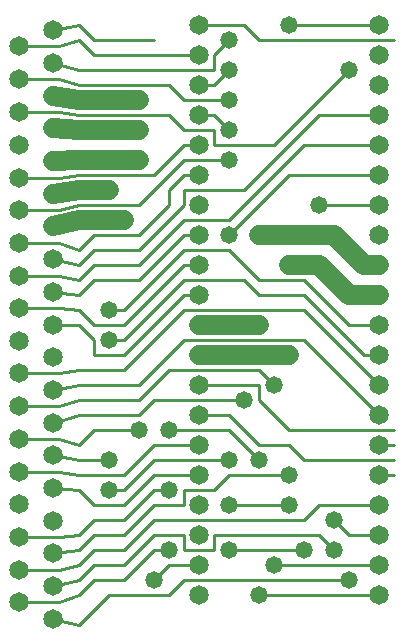
<source format=gbl>
%MOIN*%
%FSLAX25Y25*%
G04 D10 used for Character Trace; *
G04     Circle (OD=.01000) (No hole)*
G04 D11 used for Power Trace; *
G04     Circle (OD=.06700) (No hole)*
G04 D12 used for Signal Trace; *
G04     Circle (OD=.01100) (No hole)*
G04 D13 used for Via; *
G04     Circle (OD=.05800) (Round. Hole ID=.02800)*
G04 D14 used for Component hole; *
G04     Circle (OD=.06500) (Round. Hole ID=.03500)*
G04 D15 used for Component hole; *
G04     Circle (OD=.06600) (Round. Hole ID=.04200)*
G04 D16 used for Component hole; *
G04     Circle (OD=.08200) (Round. Hole ID=.05200)*
G04 D17 used for Component hole; *
G04     Circle (OD=.08950) (Round. Hole ID=.05950)*
G04 D18 used for Component hole; *
G04     Circle (OD=.11600) (Round. Hole ID=.08600)*
G04 D19 used for Component hole; *
G04     Circle (OD=.15500) (Round. Hole ID=.12500)*
G04 D20 used for Component hole; *
G04     Circle (OD=.18200) (Round. Hole ID=.15200)*
G04 D21 used for Component hole; *
G04     Circle (OD=.24300) (Round. Hole ID=.21300)*
%ADD10C,.01000*%
%ADD11C,.06700*%
%ADD12C,.01100*%
%ADD13C,.05800*%
%ADD14C,.06500*%
%ADD15C,.06600*%
%ADD16C,.08200*%
%ADD17C,.08950*%
%ADD18C,.11600*%
%ADD19C,.15500*%
%ADD20C,.18200*%
%ADD21C,.24300*%
%IPPOS*%
%LPD*%
G90*X0Y0D02*D14*X20000Y22400D03*D12*X33200D01*    
X40000Y25000D01*X45000Y30000D01*X55000D01*        
X65000Y40000D01*X70000D01*D13*D03*D12*X75000D02*  
Y45000D01*Y40000D02*X85000D01*Y45000D01*          
X120000D01*X125000Y40000D01*D13*D03*D12*          
X130000Y45000D02*X140000D01*D14*D03*Y55000D03*D12*
X120000D01*X115000Y50000D01*X65000D01*            
X55000Y40000D01*X45000D01*X40000Y35000D01*        
X33200Y33300D01*X20000D01*D14*D03*D12*Y44100D02*  
X33200D01*D14*X20000D03*X31200Y38700D03*D12*      
X40000Y40000D01*X45000Y45000D01*X55000D01*        
X65000Y55000D01*X75000D01*Y60000D01*X85000D01*    
X90000Y65000D01*X110000D01*D13*D03*D12*           
X115000Y70000D02*X145000D01*D14*X140000Y75000D03* 
D12*X145000D01*X110000Y80000D02*X145000D01*       
X110000D02*X100000Y90000D01*Y95000D01*X80000D01*  
D14*D03*D12*X100000Y75000D02*X90000Y85000D01*     
X100000Y75000D02*X110000D01*X115000Y70000D01*D13* 
X110000Y55000D03*D12*X90000D01*D13*D03*D14*       
X80000Y65000D03*D12*X65000D01*X55000Y55000D01*    
X45000D01*X40000Y60000D01*X31200Y60500D01*D14*D03*
D12*X33200Y66000D02*X40000Y65000D01*              
X20000Y66000D02*X33200D01*D14*X20000D03*D12*      
Y76900D02*X33200D01*D14*X20000D03*X31200Y82300D03*
D12*X40000Y85000D01*X60000D01*X65000Y90000D01*    
X95000D01*D13*D03*D12*X80000Y85000D02*X90000D01*  
D14*X80000D03*D12*X100000Y70000D02*               
X90000Y80000D01*D13*X100000Y70000D03*D12*         
X70000Y80000D02*X90000D01*D13*X70000D03*D12*      
X55000Y65000D02*X65000Y75000D01*X40000Y65000D02*  
X55000D01*D14*X31200Y71400D03*D12*X40000Y70000D01*
X50000D01*D13*D03*X60000Y80000D03*D12*X45000D01*  
X40000Y75000D01*X33200Y76900D01*D13*              
X50000Y60000D03*D12*X55000D01*X65000Y70000D01*    
X90000D01*D13*D03*D14*X80000Y75000D03*D12*        
X65000D01*X55000Y50000D02*X65000Y60000D01*        
X45000Y50000D02*X55000D01*X40000Y45000D02*        
X45000Y50000D01*X33200Y44100D02*X40000Y45000D01*  
D14*X31200Y49600D03*D12*X40000Y30000D02*          
X45000Y35000D01*X31200Y27800D02*X40000Y30000D01*  
D14*X31200Y27800D03*D12*X45000Y35000D02*X55000D01*
X65000Y45000D01*X75000D01*D14*X80000D03*Y55000D03*
D12*X65000Y30000D02*X70000Y35000D01*D13*          
X65000Y30000D03*D12*X50000Y25000D02*X70000D01*    
X40000Y15000D02*X50000Y25000D01*X31200Y16900D02*  
X40000Y15000D01*D14*X31200Y16900D03*D12*          
X70000Y25000D02*X75000Y30000D01*X130000D01*D13*   
D03*D14*X140000Y25000D03*D12*X100000D01*D13*D03*  
X105000Y35000D03*D12*X140000D01*D14*D03*D12*      
X130000Y45000D02*X125000Y50000D01*D13*D03*        
X115000Y40000D03*D12*X90000D01*D13*D03*D14*       
X80000Y35000D03*D12*X70000D01*D14*X80000Y25000D03*
D13*X70000Y60000D03*D12*X65000D01*X20000Y87800D02*
X33200D01*D14*X20000D03*D12*Y98700D02*X33200D01*  
D14*X20000D03*D12*X33200Y87800D02*X40000Y90000D01*
X60000D01*X70000Y100000D01*X100000D01*            
X105000Y95000D01*D13*D03*X110000Y105000D03*D11*   
X80000D01*D14*D03*D12*X60000Y95000D02*            
X75000Y110000D01*X40000Y95000D02*X60000D01*       
X31200Y93200D02*X40000Y95000D01*D14*              
X31200Y93200D03*D12*X33200Y98700D02*              
X40000Y100000D01*X55000D01*X75000Y120000D01*      
X115000D01*X140000Y95000D01*D14*D03*Y105000D03*   
D12*X135000D01*X115000Y125000D01*X100000D01*      
X95000Y130000D01*X75000D01*X55000Y110000D01*      
X50000D01*D13*D03*D12*X45000Y105000D02*X55000D01* 
X45000D02*Y110000D01*X40000Y115000D01*X31200D01*  
D14*D03*D12*X45000D02*X40000Y120000D01*           
X45000Y115000D02*X55000D01*X75000Y135000D01*      
X80000D01*D14*D03*D12*X55000Y120000D02*           
X75000Y140000D01*X50000Y120000D02*X55000D01*D13*  
X50000D03*D12*X45000Y130000D02*X60000D01*         
X40000Y125000D02*X45000Y130000D01*                
X31200Y125900D02*X40000Y125000D01*D14*            
X31200Y125900D03*D12*X33200Y120400D02*            
X40000Y120000D01*X20000Y120400D02*X33200D01*D14*  
X20000D03*D12*Y131300D02*X33200D01*D14*X20000D03* 
D12*Y142200D02*X33200D01*D14*X20000D03*D12*       
X33200Y131300D02*X40000Y130000D01*                
X45000Y135000D01*X60000D01*X75000Y150000D01*      
X90000D01*X115000Y175000D01*X140000D01*D14*D03*   
Y185000D03*D12*X120000D01*X95000Y160000D01*       
X75000D01*Y155000D01*X60000Y140000D01*X45000D01*  
X40000Y135000D01*X31200Y136800D01*D14*D03*D12*    
X33200Y142200D02*X40000Y140000D01*                
X45000Y145000D01*X60000D01*X70000Y155000D01*      
Y160000D01*X75000Y165000D01*X80000D01*D14*D03*D12*
X60000Y155000D02*X75000Y170000D01*                
X40000Y155000D02*X60000D01*X33200Y153100D02*      
X40000Y155000D01*X20000Y153100D02*X33200D01*D14*  
X20000D03*D12*Y164000D02*X33200D01*D14*X20000D03* 
X31200Y158600D03*D11*X40000Y160000D01*X50000D01*  
D13*D03*X60000Y170000D03*D11*X40000D01*           
X31200Y169500D01*D14*D03*D12*X33200Y164000D02*    
X40000Y165000D01*X65000D01*X75000Y175000D01*      
X80000D01*D14*D03*D12*X85000D02*Y180000D01*       
Y175000D02*X105000D01*X130000Y200000D01*D13*D03*  
D14*X140000Y195000D03*Y205000D03*Y215000D03*D12*  
X110000D01*D13*D03*D12*X100000Y210000D02*         
X145000D01*X90000Y145000D02*X110000Y165000D01*D13*
X90000Y145000D03*D12*X100000Y130000D02*           
X90000Y140000D01*X100000Y130000D02*X115000D01*    
X130000Y115000D01*X140000D01*D14*D03*D11*         
X130000Y125000D02*X140000D01*D14*D03*Y135000D03*  
D11*X135000D01*X125000Y145000D01*X100000D01*D13*  
D03*X110000Y135000D03*D11*X120000D01*             
X130000Y125000D01*D12*X140000Y85000D02*           
X115000Y110000D01*D14*X140000Y85000D03*Y65000D03* 
D12*X145000D01*X75000Y110000D02*X115000D01*D14*   
X80000Y115000D03*D11*X100000D01*D13*D03*D14*      
X80000Y125000D03*D12*X75000D01*X55000Y105000D01*  
D14*X31200Y104100D03*D12*X60000Y130000D02*        
X75000Y145000D01*X80000D01*D14*D03*D12*           
X75000Y140000D02*X90000D01*D14*X80000Y155000D03*  
D12*X110000Y165000D02*X140000D01*D14*D03*         
Y155000D03*D12*X120000D01*D13*D03*D14*            
X140000Y145000D03*D13*X90000Y180000D03*D12*       
X85000Y185000D01*X80000D01*D14*D03*D12*           
X75000Y180000D02*X85000D01*X75000D02*             
X70000Y185000D01*X40000D01*X33200Y185900D01*      
X20000D01*D14*D03*D12*Y196800D02*X33200D01*D14*   
X20000D03*X31200Y191300D03*D11*X40000Y190000D01*  
X60000D01*D13*D03*Y180000D03*D11*X40000D01*       
X31200Y180400D01*D14*D03*X20000Y175000D03*D12*    
X33200Y196800D02*X40000Y195000D01*                
X31200Y202200D02*X40000Y200000D01*D14*            
X31200Y202200D03*D12*X40000Y195000D02*X70000D01*  
X75000Y190000D01*X90000D01*D13*D03*D12*           
X80000Y195000D02*X85000D01*D14*X80000D03*D12*     
X40000Y200000D02*X85000D01*X45000Y205000D02*      
X80000D01*D14*D03*D12*X85000Y200000D02*Y205000D01*
X90000Y210000D01*D13*D03*D12*X100000D02*          
X95000Y215000D01*X80000D01*D14*D03*D12*           
X45000Y210000D02*X65000D01*X45000D02*             
X40000Y215000D01*X31200Y213100D01*D14*D03*D12*    
X45000Y205000D02*X40000Y210000D01*                
X33200Y207700D01*X20000D01*D14*D03*D12*           
X75000Y170000D02*X90000D01*D13*D03*D12*           
X85000Y195000D02*X90000Y200000D01*D13*D03*D11*    
X31200Y147700D02*X40000Y150000D01*D14*            
X31200Y147700D03*D11*X40000Y150000D02*X55000D01*  
D13*D03*D14*X20000Y109600D03*Y55100D03*M02*       

</source>
